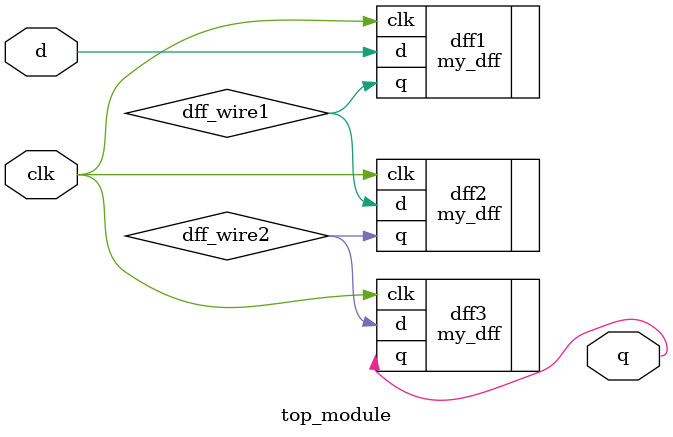
<source format=v>
module top_module ( input clk, input d, output q );
	wire dff_wire1,dff_wire2;
    my_dff dff1 (.clk(clk), .d(d), .q(dff_wire1));
    my_dff dff2 (.clk(clk), .d(dff_wire1), .q(dff_wire2));
    my_dff dff3 (.clk(clk), .d(dff_wire2), .q(q));

endmodule

</source>
